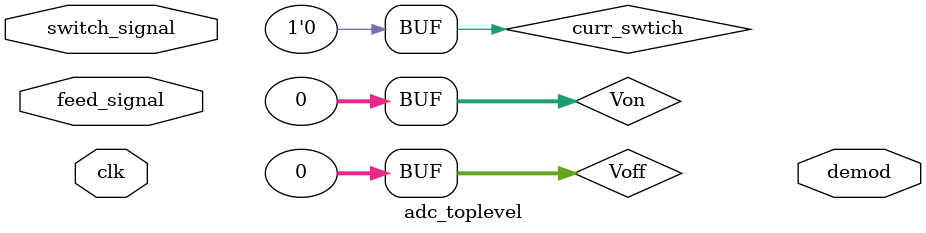
<source format=v>
`timescale 1ns / 1ps


    module adc_toplevel(
    input clk,                              // R2
//    input clr,
    input switch_signal,                    // pin that the switching signal will be read from: A0
    input feed_signal,                      // pin that the feedhorn signal will be read from: A1
    output demod
);


    // make sure to ground the pins labeled V_P and V_N
    // demo for more pin assignments


   wire enable;  
   wire ready;
   reg ready_d1;
   wire ready_rising;
   wire ready_falling;
   wire [15:0] data;                        // the 12 most significant bits store the data we need
   reg [6:0] Address_in;
   
   reg sample;                              // chooses between switch signal (A0) and feed signal (A1)
   reg [1023:0] feed_accumulator;           // unpacked array of 1024 samples to store feed signal
   reg [1023:0] switch_accumulator;         // unpacked array of 1024 samples to store switch signal
   integer i;
   integer j;
   integer counter;
   integer curr_feed;
   integer curr_switch;
   integer Von;
   integer Voff;
   
   parameter max_samples = 1024;
   
   initial
   begin
        sample = 0;                         // 0 means A0, 1 means A1
        i = 0;
        j = i;
        counter = i;
        curr_feed = i;
        curr_swtich = i;
        Von = i;
        Voff = i;
        feed_accumulator = 0;
        switch_accumulator = 0;
   end

   //xadc instantiation connect the eoc_out .den_in to get continuous conversion

   xadc_wiz_0 xadc
 (
//        i have no clue what these are 
        .daddr_in(Address_in),              // Address bus for the dynamic reconfiguration port
        .dclk_in(clk),                      // Clock input for the dynamic reconfiguration port
        .den_in(enable),                    // Enable Signal for the dynamic reconfiguration port
        .di_in(0),                          // Input data bus for the dynamic reconfiguration port
        .dwe_in(0),                         // Write Enable for the dynamic reconfiguration port
        .reset_in(0),                       // Reset signal for the System Monitor control logic
        .busy_out(),                        // ADC Busy signal
        .channel_out(),                     // Channel Selection Outputs
        .do_out(data),                      // Output data bus for dynamic reconfiguration port
        .eoc_out(enable),                   // End of Conversion Signal
        .eos_out(),                         // End of Sequence Signal
        .alarm_out(),                       // OR'ed output of all the Alarms  
        .drdy_out(ready),                   // Data ready signal for the dynamic reconfiguration port
        
        // check the demo for i/o ports
        .vp_in(vp_in),                      // input wire vp_in (i think these are reference pins, this is positive reference)
        .vn_in(vn_in),                      // input wire vn_in (ground reference)
        .vauxp0(vauxp0),                    // input wire vauxp0 (analog input - switching)
        .vauxn0(vauxn0),                    // input wire vauxn0 (grounded? check schematic)
        .vauxp1(vauxp1),                    // input wire vauxp1 (analog input - feed)
        .vauxn1(vauxn1)                     // input wire vauxn1 (grounded? check schematic)
    );
    
    always @(posedge clk)
    begin
          ready_d1 <= ready;
    end
      
    assign ready_rising = ready && !ready_d1 ? 1'b1 : 1'b0;
    assign ready_falling = !ready && ready_d1 ? 1'b1 : 1'b0;
      
    // driver switches between the feed and switch signals
    always @(posedge clk)
    begin
        if (ready_rising == 1)
        begin
            if (sample == 0)
            begin
                Address_in <= 8'h10;        // sample from A0 (switch)
                sample = 1;                 // next sample from A1
                if (i < max_samples)               // write the data to the accumulator
                begin
                    switch_accumulator[i] = data[15:4];
                    i = i + 1;
                end
            end
            else
            begin
                Address_in <= 8'h11;        // sample from A1 (feed)
                sample = 0;                 // next sample from A0
                if (j < max_samples)               // write the data to the accumulator
                begin
                    feed_accumulator[j] = data[15:4];
                    j = j + 1;
                end
            end
        end
        else
            Address_in <= Address_in;
    end
    
    // assign the outbound demod data
    always @(i or j) begin
        if (i == max_samples && j == max_samples)
        begin
            for (counter = 1; counter < 1023; counter = counter + 1)
            begin
                curr_feed = feed_accumulator[counter];
                curr_switch = switch_accumulator[counter];
            end
        end
    end
    
endmodule

</source>
